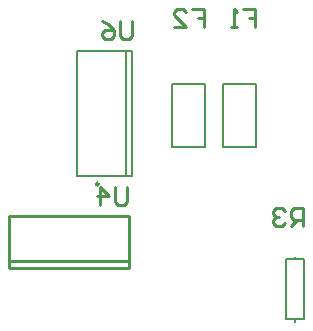
<source format=gbo>
G04 Layer_Color=32896*
%FSLAX25Y25*%
%MOIN*%
G70*
G01*
G75*
%ADD17C,0.01000*%
%ADD35C,0.00984*%
%ADD36C,0.00787*%
D17*
X242500Y130000D02*
X282500D01*
X242500Y127500D02*
Y144500D01*
Y145000D02*
X282500D01*
Y127500D02*
Y144500D01*
X242500Y127500D02*
X282500D01*
X283524Y209898D02*
Y204900D01*
X282525Y203900D01*
X280525D01*
X279526Y204900D01*
Y209898D01*
X273528D02*
X275527Y208898D01*
X277526Y206899D01*
Y204900D01*
X276527Y203900D01*
X274527D01*
X273528Y204900D01*
Y205899D01*
X274527Y206899D01*
X277526D01*
X303390Y213790D02*
X307388D01*
Y210791D01*
X305389D01*
X307388D01*
Y207792D01*
X297391D02*
X301390D01*
X297391Y211791D01*
Y212790D01*
X298391Y213790D01*
X300391D01*
X301390Y212790D01*
X320401Y213790D02*
X324400D01*
Y210791D01*
X322401D01*
X324400D01*
Y207792D01*
X318402D02*
X316403D01*
X317402D01*
Y213790D01*
X318402Y212790D01*
X340400Y141700D02*
Y147698D01*
X337401D01*
X336401Y146698D01*
Y144699D01*
X337401Y143699D01*
X340400D01*
X338401D02*
X336401Y141700D01*
X334402Y146698D02*
X333402Y147698D01*
X331403D01*
X330403Y146698D01*
Y145699D01*
X331403Y144699D01*
X332403D01*
X331403D01*
X330403Y143699D01*
Y142700D01*
X331403Y141700D01*
X333402D01*
X334402Y142700D01*
X282000Y154498D02*
Y149500D01*
X281000Y148500D01*
X279001D01*
X278001Y149500D01*
Y154498D01*
X273003Y148500D02*
Y154498D01*
X276002Y151499D01*
X272003D01*
D35*
X272492Y155575D02*
G03*
X272492Y155575I-492J0D01*
G01*
D36*
X281449Y158134D02*
Y199866D01*
X283417Y158134D02*
Y199866D01*
X265307Y158134D02*
Y199866D01*
X283417D01*
X265307Y158134D02*
X283417D01*
X296988Y168067D02*
Y188933D01*
X308012Y168067D02*
Y188933D01*
X296988Y168067D02*
X308012D01*
X296988Y188933D02*
X308012D01*
X313988Y168067D02*
Y188933D01*
X325012Y168067D02*
Y188933D01*
X313988Y168067D02*
X325012D01*
X313988Y188933D02*
X325012D01*
X338000Y130500D02*
X341000D01*
Y110500D02*
Y130500D01*
X335000Y110500D02*
X341000D01*
X335000D02*
Y130500D01*
X338000D01*
Y109600D02*
Y110500D01*
Y130500D02*
Y131400D01*
M02*

</source>
